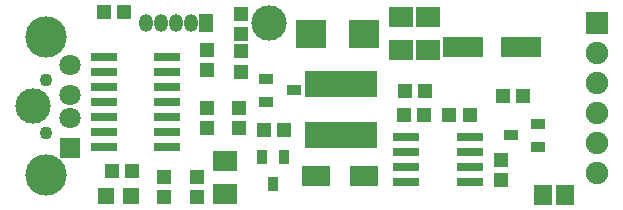
<source format=gbr>
G04 DipTrace 3.0.0.2*
G04 TopMask.gbr*
%MOMM*%
G04 #@! TF.FileFunction,Soldermask,Top*
G04 #@! TF.Part,Single*
%ADD43C,3.0*%
%ADD48C,1.1*%
%ADD54R,2.2X0.8*%
%ADD56R,1.5X1.7*%
%ADD58R,0.85X1.25*%
%ADD62R,6.2X2.2*%
%ADD64C,3.5*%
%ADD66R,1.8X1.8*%
%ADD67R,1.4X1.4*%
%ADD68C,1.8*%
%ADD70O,1.2X1.5*%
%ADD72R,1.2X1.5*%
%ADD74C,1.9*%
%ADD76R,1.9X1.9*%
%ADD78R,1.25X0.85*%
%ADD81R,2.4X1.75*%
%ADD83R,2.5X2.4*%
%ADD85R,1.3X1.2*%
%ADD87R,1.2X1.3*%
%ADD89R,2.0X1.8*%
%ADD91R,3.35X1.8*%
%FSLAX35Y35*%
G04*
G71*
G90*
G75*
G01*
G04 TopMask*
%LPD*%
D91*
X4335000Y1395000D3*
X3845000D3*
D89*
X3320000Y1650000D3*
Y1370000D3*
X3550000Y1650000D3*
Y1370000D3*
X1830000Y430000D3*
Y150000D3*
D87*
X1950000Y710000D3*
Y880000D3*
D85*
X4350000Y980000D3*
X4180000D3*
D87*
X1680000Y710000D3*
Y880000D3*
D85*
X1045000Y345000D3*
X875000D3*
D87*
X4170000Y270000D3*
Y440000D3*
D83*
X3010000Y1500000D3*
X2560000D3*
D81*
X2600000Y300000D3*
X3010000D3*
D67*
X1030000Y130000D3*
X820000D3*
D78*
X4480000Y550000D3*
Y740000D3*
X4250000Y645000D3*
D76*
X4980000Y1600000D3*
D74*
Y1346000D3*
Y1092000D3*
Y838000D3*
Y584000D3*
Y330000D3*
D72*
X1672000Y1600000D3*
D70*
X1545000D3*
X1418000D3*
X1291000D3*
X1164000D3*
D68*
X520000Y1240000D3*
Y990000D3*
Y790000D3*
D66*
Y540000D3*
D64*
X310000Y1475000D3*
Y305000D3*
D48*
Y1115000D3*
Y665000D3*
D62*
X2810000Y650000D3*
Y1080000D3*
D43*
X2200000Y1600000D3*
X200000Y890000D3*
D58*
X2330000Y460000D3*
X2140000D3*
X2235000Y230000D3*
D78*
X2180000Y1120000D3*
Y930000D3*
X2410000Y1025000D3*
D85*
X3350000Y1020000D3*
X3520000D3*
D87*
X1965000Y1185000D3*
Y1355000D3*
D85*
X3730000Y820000D3*
X3900000D3*
X2330000Y690000D3*
X2160000D3*
D87*
X1965000Y1505000D3*
Y1675000D3*
X1680000Y1200000D3*
Y1370000D3*
X1310000Y290000D3*
Y120000D3*
D56*
X4710000Y140000D3*
X4520000D3*
D87*
X1590000Y120000D3*
Y290000D3*
D85*
X3345000Y815000D3*
X3515000D3*
X975000Y1685000D3*
X805000D3*
D54*
X1342273Y542543D3*
Y669543D3*
Y796543D3*
Y923543D3*
Y1050543D3*
Y1177543D3*
Y1304543D3*
X802273D3*
Y1177543D3*
Y1050543D3*
Y923543D3*
Y796543D3*
Y669543D3*
Y542543D3*
X3899500Y249500D3*
Y376500D3*
Y503500D3*
Y630500D3*
X3359500D3*
Y503500D3*
Y376500D3*
Y249500D3*
M02*

</source>
